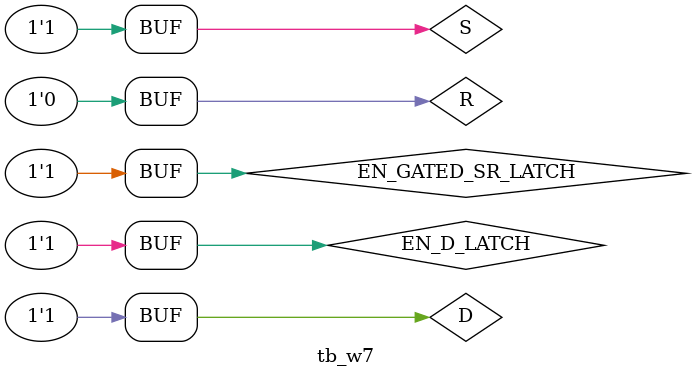
<source format=v>
`timescale 1ns/1ns

module tb_w7;
	
	//////////////////////////////////
	//////////////////////////////////
	//////////////////////////////////
	//SR latch
	//input 
	reg S, R;
	
	//output
	wire Q_SR_LATCH_B, Q_BAR_SR_LATCH_B; //behavioral modeling
	wire Q_SR_LATCH_D, Q_BAR_SR_LATCH_D; //dataflow modeling
	wire Q_SR_LATCH_G, Q_BAR_SR_LATCH_G; //gatelevel modeling	
	
	//////////////////////////////////
	//////////////////////////////////
	//////////////////////////////////
	//Gated SR latch
	//input 	
	reg EN_GATED_SR_LATCH;
	
	//output
	wire Q_GATED_SR_LATCH_B, Q_BAR_GATED_SR_LATCH_B; //behavioral modeling
	wire Q_GATED_SR_LATCH_D, Q_BAR_GATED_SR_LATCH_D; //dataflow modeling
	wire Q_GATED_SR_LATCH_G, Q_BAR_GATED_SR_LATCH_G; //gatelevel modeling	
	
	//////////////////////////////////
	//////////////////////////////////
	//////////////////////////////////
	//D latch
	//input 
	reg D;
	reg EN_D_LATCH;
	
	//output
	wire Q_D_LATCH_B, Q_BAR_D_LATCH_B; //behavioral modeling
	wire Q_D_LATCH_D, Q_BAR_D_LATCH_D; //dataflow modeling
	wire Q_D_LATCH_G, Q_BAR_D_LATCH_G; //gatelevel modeling		
	wire Q_D_LATCH_S, Q_BAR_D_LATCH_S; //structural modeling	

	//Module instantiation
	//SR latch
	sr_latch_behavioral_module sr_latch_behavioral(.s(S), .r(R), .q(Q_SR_LATCH_B), .q_bar(Q_BAR_SR_LATCH_B) );
	sr_latch_dataflow_module sr_latch_dataflow(.s(S), .r(R), .q(Q_SR_LATCH_D), .q_bar(Q_BAR_SR_LATCH_D) );
	sr_latch_gatelevel_module sr_latch_gatelevel(.s(S), .r(R), .q(Q_SR_LATCH_G), .q_bar(Q_BAR_SR_LATCH_G) );
	
	//Gated SR latch
	gated_sr_latch_behavioral_module gated_sr_latch_behavioral(.s(S), .r(R), .en(EN_GATED_SR_LATCH), .q(Q_GATED_SR_LATCH_B), .q_bar(Q_BAR_GATED_SR_LATCH_B) );
	gated_sr_latch_dataflow_module gated_sr_latch_dataflow(.s(S), .r(R), .en(EN_GATED_SR_LATCH), .q(Q_GATED_SR_LATCH_D), .q_bar(Q_BAR_GATED_SR_LATCH_D) );
	gated_sr_latch_gatelevel_module gated_sr_latch_gatelevel(.s(S), .r(R), .en(EN_GATED_SR_LATCH), .q(Q_GATED_SR_LATCH_G), .q_bar(Q_BAR_GATED_SR_LATCH_G) );
	
	//D latch
	d_latch_behavioral_module d_latch_behavioral(.d(D), .en(EN_D_LATCH), .q(Q_D_LATCH_B), .q_bar(Q_BAR_D_LATCH_B));	
	d_latch_dataflow_module d_latch_dataflow(.d(D), .en(EN_D_LATCH), .q(Q_D_LATCH_D), .q_bar(Q_BAR_D_LATCH_D));
	d_latch_gatelevel_module d_latch_gatelevel(.d(D), .en(EN_D_LATCH), .q(Q_D_LATCH_G), .q_bar(Q_BAR_D_LATCH_G));	
	d_latch_sturctural_module d_latch_sturctural(.d(D), .en(EN_D_LATCH), .q(Q_D_LATCH_S), .q_bar(Q_BAR_D_LATCH_S));	
	
	initial
	begin
		 S = 1'b0; R = 1'b0; 
		 D = 1'b0; EN_D_LATCH = 1'b0;
		 EN_GATED_SR_LATCH = 1'b0;
	end
	
	initial 
	begin	
		
		// Test pattern for SR latch and gated SR latch
		#10 S = 1'b0; R = 1'b0; 
		#10 S = 1'b0; R = 1'b1; 
		#10 S = 1'b1; R = 1'b0; 
		//One more iteration
		#10 EN_GATED_SR_LATCH = 1'b1;
		#10 S = 1'b0; R = 1'b0; 
		#10 S = 1'b0; R = 1'b1; 
		#10 S = 1'b1; R = 1'b0; 
		//#10 S = 1'b1; R = 1'b1; //This is for the undefined operation. Just try it and do not take care of it.
		
		// Test pattern for D latch	
		#10 EN_D_LATCH = 1'b1;
		#10 D = 1'b0; #10 D = 1'b1;
		
	end
	
	
endmodule




</source>
